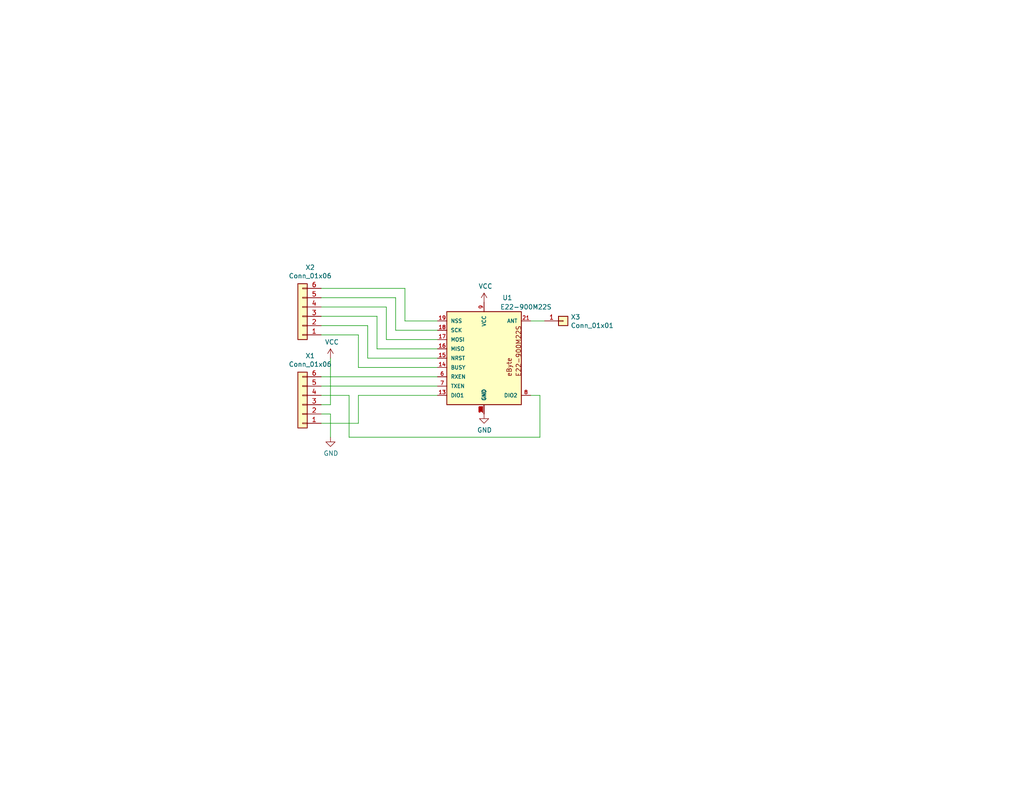
<source format=kicad_sch>
(kicad_sch (version 20230121) (generator eeschema)
  (paper "USLetter")
  (title_block (title "ebyte SX1262 Breakout") (company "Alex Martens"))
  (lib_symbols
    (symbol "Connector_Generic:Conn_01x01" (pin_names (offset 1.016) hide)
      (property "Reference" "J" (at 0 2.54 0))
      (property "Value" "Conn_01x01" (at 0 -2.54 0))
      (symbol "Conn_01x01_1_1"
        (rectangle (start -1.27 0.127) (end 0 -0.127) (stroke (width 0.1524)))
        (rectangle (start -1.27 1.27) (end 1.27 -1.27) (stroke (width 0.254)) (fill (type background)))
        (pin passive line (at -5.08 0 0) (length 3.81) (name "Pin_1") (number "1"))
      )
    )
    (symbol "Connector_Generic:Conn_01x06" (pin_names (offset 1.016) hide)
      (property "Reference" "J" (at 0 7.62 0))
      (property "Value" "Conn_01x06" (at 0 -10.16 0))
      (symbol "Conn_01x06_1_1"
        (rectangle (start -1.27 -7.493) (end 0 -7.747) (stroke (width 0.1524)))
        (rectangle (start -1.27 -4.953) (end 0 -5.207) (stroke (width 0.1524)))
        (rectangle (start -1.27 -2.413) (end 0 -2.667) (stroke (width 0.1524)))
        (rectangle (start -1.27 0.127) (end 0 -0.127) (stroke (width 0.1524)))
        (rectangle (start -1.27 2.667) (end 0 2.413) (stroke (width 0.1524)))
        (rectangle (start -1.27 5.207) (end 0 4.953) (stroke (width 0.1524)))
        (rectangle (start -1.27 6.35) (end 1.27 -8.89) (stroke (width 0.254)) (fill (type background)))
        (pin passive line (at -5.08 5.08 0) (length 3.81) (name "Pin_1") (number "1"))
        (pin passive line (at -5.08 2.54 0) (length 3.81) (name "Pin_2") (number "2"))
        (pin passive line (at -5.08 0 0) (length 3.81) (name "Pin_3") (number "3"))
        (pin passive line (at -5.08 -2.54 0) (length 3.81) (name "Pin_4") (number "4"))
        (pin passive line (at -5.08 -5.08 0) (length 3.81) (name "Pin_5") (number "5"))
        (pin passive line (at -5.08 -7.62 0) (length 3.81) (name "Pin_6") (number "6"))
      )
    )
    (symbol "ebyte_sx1262_breakout-rescue:E22-900M22S-E22-900M22S" (pin_names (offset 1.016))
      (property "Reference" "IC" (at 5.08 17.78 0))
      (property "Value" "E22-900M22S_E22-900M22S" (at -12.7 17.78 0))
      (symbol "E22-900M22S-E22-900M22S_0_0"
        (rectangle (start -10.16 -12.7) (end 10.16 12.7) (stroke (width 0.254)) (fill (type background)))
        (text "E22-900M22S" (at 10.16 -5.08 900) (effects (font (size 1.27 1.27)) (justify left bottom)))
        (text "eByte" (at 7.62 -5.08 900) (effects (font (size 1.27 1.27)) (justify left bottom)))
        (pin power_in line (at 0 -15.24 90) (length 2.54) (name "GND") (number "1"))
        (pin power_in line (at 0 -15.24 90) (length 2.54) (name "GND") (number "10"))
        (pin power_in line (at 0 -15.24 90) (length 2.54) (name "GND") (number "11"))
        (pin power_in line (at 0 -15.24 90) (length 2.54) (name "GND") (number "12"))
        (pin bidirectional line (at -12.7 -10.16 0) (length 2.54) (name "DIO1") (number "13"))
        (pin bidirectional line (at -12.7 -2.54 0) (length 2.54) (name "BUSY") (number "14"))
        (pin bidirectional line (at -12.7 0 0) (length 2.54) (name "NRST") (number "15"))
        (pin bidirectional line (at -12.7 2.54 0) (length 2.54) (name "MISO") (number "16"))
        (pin bidirectional line (at -12.7 5.08 0) (length 2.54) (name "MOSI") (number "17"))
        (pin input line (at -12.7 7.62 0) (length 2.54) (name "SCK") (number "18"))
        (pin input line (at -12.7 10.16 0) (length 2.54) (name "NSS") (number "19"))
        (pin power_in line (at 0 -15.24 90) (length 2.54) (name "GND") (number "2"))
        (pin power_in line (at 0 -15.24 90) (length 2.54) (name "GND") (number "20"))
        (pin output line (at 12.7 10.16 180) (length 2.54) (name "ANT") (number "21"))
        (pin power_in line (at 0 -15.24 90) (length 2.54) (name "GND") (number "22"))
        (pin power_in line (at 0 -15.24 90) (length 2.54) (name "GND") (number "3"))
        (pin power_in line (at 0 -15.24 90) (length 2.54) (name "GND") (number "4"))
        (pin power_in line (at 0 -15.24 90) (length 2.54) (name "GND") (number "5"))
        (pin input line (at -12.7 -5.08 0) (length 2.54) (name "RXEN") (number "6"))
        (pin bidirectional line (at -12.7 -7.62 0) (length 2.54) (name "TXEN") (number "7"))
        (pin bidirectional line (at 12.7 -10.16 180) (length 2.54) (name "DIO2") (number "8"))
        (pin power_in line (at 0 15.24 270) (length 2.54) (name "VCC") (number "9"))
      )
    )
    (symbol "power:GND" (power) (pin_names (offset 0))
      (property "Value" "GND" (at 0 -3.81 0))
      (symbol "GND_0_1"
        (polyline (pts (xy 0 0) (xy 0 -1.27) (xy 1.27 -1.27) (xy 0 -2.54) (xy -1.27 -1.27) (xy 0 -1.27)))
      )
      (symbol "GND_1_1"
        (pin power_in line (at 0 0 270) (length 0) hide (name "GND") (number "1"))
      )
    )
    (symbol "power:VCC" (power) (pin_names (offset 0))
      (property "Value" "VCC" (at 0 3.81 0))
      (symbol "VCC_0_1"
        (polyline (pts (xy -0.762 1.27) (xy 0 2.54)))
        (polyline (pts (xy 0 0) (xy 0 2.54)))
        (polyline (pts (xy 0 2.54) (xy 0.762 1.27)))
      )
      (symbol "VCC_1_1"
        (pin power_in line (at 0 0 90) (length 0) hide (name "VCC") (number "1"))
      )
    )
  )
  (wire (pts (xy 87.63 115.57) (xy 97.79 115.57)))
  (wire (pts (xy 119.38 100.33) (xy 97.79 100.33)))
  (wire (pts (xy 87.63 105.41) (xy 119.38 105.41)))
  (wire (pts (xy 119.38 97.79) (xy 100.33 97.79)))
  (wire (pts (xy 90.17 113.03) (xy 90.17 119.38)))
  (wire (pts (xy 102.87 95.25) (xy 102.87 86.36)))
  (wire (pts (xy 119.38 95.25) (xy 102.87 95.25)))
  (wire (pts (xy 105.41 83.82) (xy 87.63 83.82)))
  (wire (pts (xy 110.49 78.74) (xy 87.63 78.74)))
  (wire (pts (xy 119.38 87.63) (xy 110.49 87.63)))
  (wire (pts (xy 147.32 107.95) (xy 147.32 119.38)))
  (wire (pts (xy 100.33 88.9) (xy 87.63 88.9)))
  (wire (pts (xy 110.49 87.63) (xy 110.49 78.74)))
  (wire (pts (xy 119.38 102.87) (xy 87.63 102.87)))
  (wire (pts (xy 97.79 100.33) (xy 97.79 91.44)))
  (wire (pts (xy 107.95 81.28) (xy 87.63 81.28)))
  (wire (pts (xy 144.78 107.95) (xy 147.32 107.95)))
  (wire (pts (xy 87.63 107.95) (xy 95.25 107.95)))
  (wire (pts (xy 97.79 115.57) (xy 97.79 107.95)))
  (wire (pts (xy 105.41 92.71) (xy 105.41 83.82)))
  (wire (pts (xy 97.79 107.95) (xy 119.38 107.95)))
  (wire (pts (xy 102.87 86.36) (xy 87.63 86.36)))
  (wire (pts (xy 144.78 87.63) (xy 148.59 87.63)))
  (wire (pts (xy 90.17 110.49) (xy 90.17 97.79)))
  (wire (pts (xy 97.79 91.44) (xy 87.63 91.44)))
  (wire (pts (xy 95.25 107.95) (xy 95.25 119.38)))
  (wire (pts (xy 107.95 90.17) (xy 107.95 81.28)))
  (wire (pts (xy 95.25 119.38) (xy 147.32 119.38)))
  (wire (pts (xy 87.63 110.49) (xy 90.17 110.49)))
  (wire (pts (xy 87.63 113.03) (xy 90.17 113.03)))
  (wire (pts (xy 119.38 92.71) (xy 105.41 92.71)))
  (wire (pts (xy 119.38 90.17) (xy 107.95 90.17)))
  (wire (pts (xy 100.33 97.79) (xy 100.33 88.9)))
  (symbol (lib_id "ebyte_sx1262_breakout-rescue:E22-900M22S-E22-900M22S") (at 132.08 97.79 0) (unit 1)
    (property "Reference" "U1" (at 138.43 81.28 0))
    (property "Value" "E22-900M22S" (at 143.51 83.82 0))
    (property "Footprint" "E22-900M22S:E22-900M22S" (effects hide))
  )
  (symbol (lib_id "Connector_Generic:Conn_01x06") (at 82.55 86.36 180) (unit 1)
    (property "Reference" "X2" (at 84.6328 73.025 0))
    (property "Value" "Conn_01x06" (at 84.6328 75.3364 0))
    (property "Footprint" "Connector_PinSocket_2.54mm:PinSocket_1x06_P2.54mm_Vertical" (effects hide))
  )
  (symbol (lib_id "Connector_Generic:Conn_01x06") (at 82.55 110.49 180) (unit 1)
    (property "Reference" "X1" (at 84.6328 97.155 0))
    (property "Value" "Conn_01x06" (at 84.6328 99.4664 0))
    (property "Footprint" "Connector_PinSocket_2.54mm:PinSocket_1x06_P2.54mm_Vertical" (effects hide))
  )
  (symbol (lib_id "power:GND") (at 90.17 119.38 0) (unit 1)
    (property "Reference" "#PWR0101" (effects hide))
    (property "Value" "GND" (at 90.297 123.7742 0))
  )
  (symbol (lib_id "power:GND") (at 132.08 113.03 0) (unit 1)
    (property "Reference" "#PWR0102" (effects hide))
    (property "Value" "GND" (at 132.207 117.4242 0))
  )
  (symbol (lib_id "power:VCC") (at 132.08 82.55 0) (unit 1)
    (property "Reference" "#PWR0103" (effects hide))
    (property "Value" "VCC" (at 132.461 78.1558 0))
  )
  (symbol (lib_id "power:VCC") (at 90.17 97.79 0) (unit 1)
    (property "Reference" "#PWR0104" (effects hide))
    (property "Value" "VCC" (at 90.551 93.3958 0))
  )
  (symbol (lib_id "Connector_Generic:Conn_01x01") (at 153.67 87.63 0) (unit 1)
    (property "Reference" "X3" (at 155.702 86.5632 0) (effects (justify left)))
    (property "Value" "Conn_01x01" (at 155.702 88.8746 0) (effects (justify left)))
    (property "Footprint" "Connector_PinHeader_2.54mm:PinHeader_1x01_P2.54mm_Vertical" (effects hide))
  )
)
</source>
